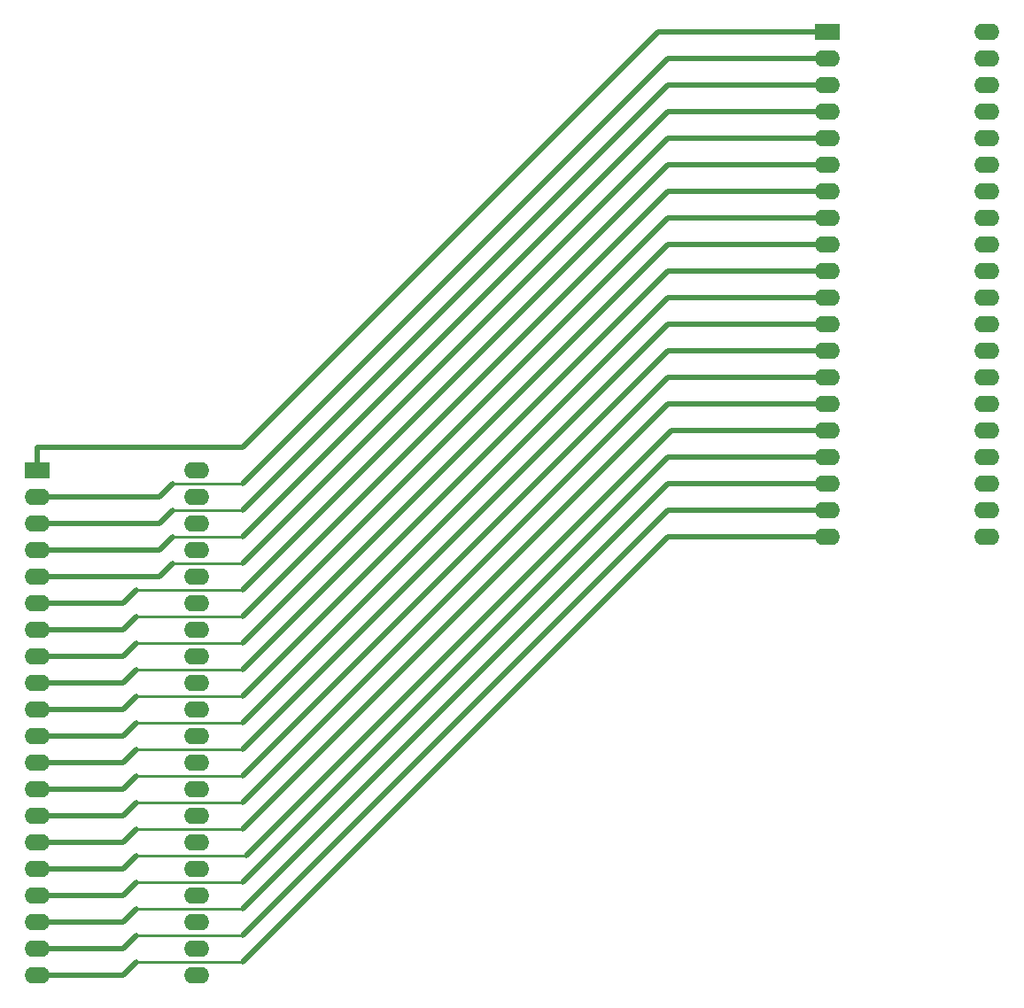
<source format=gbr>
%TF.GenerationSoftware,KiCad,Pcbnew,7.0.7*%
%TF.CreationDate,2024-01-01T13:21:05+01:00*%
%TF.ProjectId,A500-Kickadapter,41353030-2d4b-4696-936b-616461707465,rev?*%
%TF.SameCoordinates,Original*%
%TF.FileFunction,Copper,L1,Top*%
%TF.FilePolarity,Positive*%
%FSLAX46Y46*%
G04 Gerber Fmt 4.6, Leading zero omitted, Abs format (unit mm)*
G04 Created by KiCad (PCBNEW 7.0.7) date 2024-01-01 13:21:05*
%MOMM*%
%LPD*%
G01*
G04 APERTURE LIST*
%TA.AperFunction,ComponentPad*%
%ADD10R,2.400000X1.600000*%
%TD*%
%TA.AperFunction,ComponentPad*%
%ADD11O,2.400000X1.600000*%
%TD*%
%TA.AperFunction,Conductor*%
%ADD12C,0.508000*%
%TD*%
%TA.AperFunction,Conductor*%
%ADD13C,0.250000*%
%TD*%
G04 APERTURE END LIST*
D10*
%TO.P,SOCKET_AMIGA1,1,1*%
%TO.N,/A17*%
X100965000Y-80645000D03*
D11*
%TO.P,SOCKET_AMIGA1,2,2*%
%TO.N,/A7*%
X100965000Y-83185000D03*
%TO.P,SOCKET_AMIGA1,3,3*%
%TO.N,/A6*%
X100965000Y-85725000D03*
%TO.P,SOCKET_AMIGA1,4,4*%
%TO.N,/A5*%
X100965000Y-88265000D03*
%TO.P,SOCKET_AMIGA1,5,5*%
%TO.N,/A4*%
X100965000Y-90805000D03*
%TO.P,SOCKET_AMIGA1,6,6*%
%TO.N,/A3*%
X100965000Y-93345000D03*
%TO.P,SOCKET_AMIGA1,7,7*%
%TO.N,/A2*%
X100965000Y-95885000D03*
%TO.P,SOCKET_AMIGA1,8,8*%
%TO.N,/A1*%
X100965000Y-98425000D03*
%TO.P,SOCKET_AMIGA1,9,9*%
%TO.N,/A0*%
X100965000Y-100965000D03*
%TO.P,SOCKET_AMIGA1,10,10*%
%TO.N,/~{E}*%
X100965000Y-103505000D03*
%TO.P,SOCKET_AMIGA1,11,11*%
%TO.N,Net-(SOCKET_AMIGA1-Pad11)*%
X100965000Y-106045000D03*
%TO.P,SOCKET_AMIGA1,12,12*%
%TO.N,/~{G}*%
X100965000Y-108585000D03*
%TO.P,SOCKET_AMIGA1,13,13*%
%TO.N,/Q0*%
X100965000Y-111125000D03*
%TO.P,SOCKET_AMIGA1,14,14*%
%TO.N,/Q8*%
X100965000Y-113665000D03*
%TO.P,SOCKET_AMIGA1,15,15*%
%TO.N,/Q1*%
X100965000Y-116205000D03*
%TO.P,SOCKET_AMIGA1,16,16*%
%TO.N,/Q9*%
X100965000Y-118745000D03*
%TO.P,SOCKET_AMIGA1,17,17*%
%TO.N,/Q2*%
X100965000Y-121285000D03*
%TO.P,SOCKET_AMIGA1,18,18*%
%TO.N,/Q10*%
X100965000Y-123825000D03*
%TO.P,SOCKET_AMIGA1,19,19*%
%TO.N,/Q3*%
X100965000Y-126365000D03*
%TO.P,SOCKET_AMIGA1,20,20*%
%TO.N,/Q11*%
X100965000Y-128905000D03*
%TO.P,SOCKET_AMIGA1,21,21*%
%TO.N,Net-(SOCKET_AMIGA1-Pad21)*%
X116205000Y-128905000D03*
%TO.P,SOCKET_AMIGA1,22,22*%
%TO.N,/Q4*%
X116205000Y-126365000D03*
%TO.P,SOCKET_AMIGA1,23,23*%
%TO.N,/Q12*%
X116205000Y-123825000D03*
%TO.P,SOCKET_AMIGA1,24,24*%
%TO.N,/Q5*%
X116205000Y-121285000D03*
%TO.P,SOCKET_AMIGA1,25,25*%
%TO.N,/Q13*%
X116205000Y-118745000D03*
%TO.P,SOCKET_AMIGA1,26,26*%
%TO.N,/Q6*%
X116205000Y-116205000D03*
%TO.P,SOCKET_AMIGA1,27,27*%
%TO.N,/Q14*%
X116205000Y-113665000D03*
%TO.P,SOCKET_AMIGA1,28,28*%
%TO.N,/Q7*%
X116205000Y-111125000D03*
%TO.P,SOCKET_AMIGA1,29,29*%
%TO.N,/Q15*%
X116205000Y-108585000D03*
%TO.P,SOCKET_AMIGA1,30,30*%
%TO.N,Net-(SOCKET_AMIGA1-Pad30)*%
X116205000Y-106045000D03*
%TO.P,SOCKET_AMIGA1,31,31*%
%TO.N,Net-(SOCKET_AMIGA1-Pad31)*%
X116205000Y-103505000D03*
%TO.P,SOCKET_AMIGA1,32,32*%
%TO.N,/A16*%
X116205000Y-100965000D03*
%TO.P,SOCKET_AMIGA1,33,33*%
%TO.N,/A15*%
X116205000Y-98425000D03*
%TO.P,SOCKET_AMIGA1,34,34*%
%TO.N,/A14*%
X116205000Y-95885000D03*
%TO.P,SOCKET_AMIGA1,35,35*%
%TO.N,/A13*%
X116205000Y-93345000D03*
%TO.P,SOCKET_AMIGA1,36,36*%
%TO.N,/A12*%
X116205000Y-90805000D03*
%TO.P,SOCKET_AMIGA1,37,37*%
%TO.N,/A11*%
X116205000Y-88265000D03*
%TO.P,SOCKET_AMIGA1,38,38*%
%TO.N,/A10*%
X116205000Y-85725000D03*
%TO.P,SOCKET_AMIGA1,39,39*%
%TO.N,/A9*%
X116205000Y-83185000D03*
%TO.P,SOCKET_AMIGA1,40,40*%
%TO.N,/A8*%
X116205000Y-80645000D03*
%TD*%
D10*
%TO.P,SOCKET_EPROM1,1,1*%
%TO.N,/A17*%
X176530000Y-38735000D03*
D11*
%TO.P,SOCKET_EPROM1,2,2*%
%TO.N,/A7*%
X176530000Y-41275000D03*
%TO.P,SOCKET_EPROM1,3,3*%
%TO.N,/A6*%
X176530000Y-43815000D03*
%TO.P,SOCKET_EPROM1,4,4*%
%TO.N,/A5*%
X176530000Y-46355000D03*
%TO.P,SOCKET_EPROM1,5,5*%
%TO.N,/A4*%
X176530000Y-48895000D03*
%TO.P,SOCKET_EPROM1,6,6*%
%TO.N,/A3*%
X176530000Y-51435000D03*
%TO.P,SOCKET_EPROM1,7,7*%
%TO.N,/A2*%
X176530000Y-53975000D03*
%TO.P,SOCKET_EPROM1,8,8*%
%TO.N,/A1*%
X176530000Y-56515000D03*
%TO.P,SOCKET_EPROM1,9,9*%
%TO.N,/A0*%
X176530000Y-59055000D03*
%TO.P,SOCKET_EPROM1,10,10*%
%TO.N,/~{E}*%
X176530000Y-61595000D03*
%TO.P,SOCKET_EPROM1,11,11*%
%TO.N,Net-(SOCKET_AMIGA1-Pad11)*%
X176530000Y-64135000D03*
%TO.P,SOCKET_EPROM1,12,12*%
%TO.N,/~{G}*%
X176530000Y-66675000D03*
%TO.P,SOCKET_EPROM1,13,13*%
%TO.N,/Q0*%
X176530000Y-69215000D03*
%TO.P,SOCKET_EPROM1,14,14*%
%TO.N,/Q8*%
X176530000Y-71755000D03*
%TO.P,SOCKET_EPROM1,15,15*%
%TO.N,/Q1*%
X176530000Y-74295000D03*
%TO.P,SOCKET_EPROM1,16,16*%
%TO.N,/Q9*%
X176530000Y-76835000D03*
%TO.P,SOCKET_EPROM1,17,17*%
%TO.N,/Q2*%
X176530000Y-79375000D03*
%TO.P,SOCKET_EPROM1,18,18*%
%TO.N,/Q10*%
X176530000Y-81915000D03*
%TO.P,SOCKET_EPROM1,19,19*%
%TO.N,/Q3*%
X176530000Y-84455000D03*
%TO.P,SOCKET_EPROM1,20,20*%
%TO.N,/Q11*%
X176530000Y-86995000D03*
%TO.P,SOCKET_EPROM1,21,21*%
%TO.N,Net-(SOCKET_AMIGA1-Pad21)*%
X191770000Y-86995000D03*
%TO.P,SOCKET_EPROM1,22,22*%
%TO.N,/Q4*%
X191770000Y-84455000D03*
%TO.P,SOCKET_EPROM1,23,23*%
%TO.N,/Q12*%
X191770000Y-81915000D03*
%TO.P,SOCKET_EPROM1,24,24*%
%TO.N,/Q5*%
X191770000Y-79375000D03*
%TO.P,SOCKET_EPROM1,25,25*%
%TO.N,/Q13*%
X191770000Y-76835000D03*
%TO.P,SOCKET_EPROM1,26,26*%
%TO.N,/Q6*%
X191770000Y-74295000D03*
%TO.P,SOCKET_EPROM1,27,27*%
%TO.N,/Q14*%
X191770000Y-71755000D03*
%TO.P,SOCKET_EPROM1,28,28*%
%TO.N,/Q7*%
X191770000Y-69215000D03*
%TO.P,SOCKET_EPROM1,29,29*%
%TO.N,/Q15*%
X191770000Y-66675000D03*
%TO.P,SOCKET_EPROM1,30,30*%
%TO.N,Net-(SOCKET_AMIGA1-Pad30)*%
X191770000Y-64135000D03*
%TO.P,SOCKET_EPROM1,31,31*%
%TO.N,Net-(SOCKET_AMIGA1-Pad31)*%
X191770000Y-61595000D03*
%TO.P,SOCKET_EPROM1,32,32*%
%TO.N,/A16*%
X191770000Y-59055000D03*
%TO.P,SOCKET_EPROM1,33,33*%
%TO.N,/A15*%
X191770000Y-56515000D03*
%TO.P,SOCKET_EPROM1,34,34*%
%TO.N,/A14*%
X191770000Y-53975000D03*
%TO.P,SOCKET_EPROM1,35,35*%
%TO.N,/A13*%
X191770000Y-51435000D03*
%TO.P,SOCKET_EPROM1,36,36*%
%TO.N,/A12*%
X191770000Y-48895000D03*
%TO.P,SOCKET_EPROM1,37,37*%
%TO.N,/A11*%
X191770000Y-46355000D03*
%TO.P,SOCKET_EPROM1,38,38*%
%TO.N,/A10*%
X191770000Y-43815000D03*
%TO.P,SOCKET_EPROM1,39,39*%
%TO.N,/A9*%
X191770000Y-41275000D03*
%TO.P,SOCKET_EPROM1,40,40*%
%TO.N,/A8*%
X191770000Y-38735000D03*
%TD*%
D12*
%TO.N,/A17*%
X100965000Y-78422500D02*
X100965000Y-80645000D01*
X160337500Y-38735000D02*
X120650000Y-78422500D01*
X120650000Y-78422500D02*
X100965000Y-78422500D01*
X176530000Y-38735000D02*
X160337500Y-38735000D01*
%TO.N,Net-(SOCKET_AMIGA1-Pad11)*%
X161290000Y-64135000D02*
X120650000Y-104775000D01*
X176530000Y-64135000D02*
X161290000Y-64135000D01*
D13*
X110490000Y-104775000D02*
X120650000Y-104775000D01*
D12*
X109220000Y-106045000D02*
X110490000Y-104775000D01*
X100965000Y-106045000D02*
X109220000Y-106045000D01*
%TO.N,/A7*%
X112712500Y-83185000D02*
X101082500Y-83185000D01*
X161290000Y-41275000D02*
X176530000Y-41275000D01*
X120650000Y-81915000D02*
X161290000Y-41275000D01*
X113982500Y-81915000D02*
X112712500Y-83185000D01*
D13*
X113982500Y-81915000D02*
X120650000Y-81915000D01*
D12*
%TO.N,/A6*%
X161290000Y-43815000D02*
X176530000Y-43815000D01*
X113982500Y-84455000D02*
X112712500Y-85725000D01*
X120650000Y-84455000D02*
X161290000Y-43815000D01*
D13*
X113982500Y-84455000D02*
X120650000Y-84455000D01*
D12*
X112712500Y-85725000D02*
X101082500Y-85725000D01*
%TO.N,/A5*%
X113982500Y-86995000D02*
X112712500Y-88265000D01*
X112712500Y-88265000D02*
X101082500Y-88265000D01*
X161290000Y-46355000D02*
X176530000Y-46355000D01*
D13*
X113982500Y-86995000D02*
X120650000Y-86995000D01*
D12*
X120650000Y-86995000D02*
X161290000Y-46355000D01*
%TO.N,/A4*%
X176530000Y-48895000D02*
X168275000Y-48895000D01*
X120650000Y-89535000D02*
X161290000Y-48895000D01*
X113982500Y-89535000D02*
X112712500Y-90805000D01*
D13*
X113982500Y-89535000D02*
X120650000Y-89535000D01*
D12*
X112712500Y-90805000D02*
X101082500Y-90805000D01*
X161290000Y-48895000D02*
X168275000Y-48895000D01*
%TO.N,/A3*%
X176530000Y-51435000D02*
X161290000Y-51435000D01*
D13*
X120332500Y-92075000D02*
X120650000Y-92075000D01*
D12*
X161290000Y-51435000D02*
X120650000Y-92075000D01*
X109220000Y-93345000D02*
X110490000Y-92075000D01*
D13*
X110490000Y-92075000D02*
X120332500Y-92075000D01*
D12*
X101082500Y-93345000D02*
X109220000Y-93345000D01*
%TO.N,/A2*%
X101082500Y-95885000D02*
X109220000Y-95885000D01*
X161290000Y-53975000D02*
X168275000Y-53975000D01*
D13*
X110490000Y-94615000D02*
X120650000Y-94615000D01*
D12*
X109220000Y-95885000D02*
X110490000Y-94615000D01*
X120650000Y-94615000D02*
X161290000Y-53975000D01*
X176530000Y-53975000D02*
X168275000Y-53975000D01*
%TO.N,/A1*%
X161290000Y-56515000D02*
X120650000Y-97155000D01*
X176530000Y-56515000D02*
X161290000Y-56515000D01*
X109220000Y-98425000D02*
X110490000Y-97155000D01*
X101082500Y-98425000D02*
X109220000Y-98425000D01*
D13*
X110490000Y-97155000D02*
X120650000Y-97155000D01*
D12*
%TO.N,/A0*%
X101082500Y-100965000D02*
X109220000Y-100965000D01*
X120650000Y-99695000D02*
X161290000Y-59055000D01*
X109220000Y-100965000D02*
X110490000Y-99695000D01*
X161290000Y-59055000D02*
X168275000Y-59055000D01*
D13*
X110490000Y-99695000D02*
X120650000Y-99695000D01*
D12*
X176530000Y-59055000D02*
X168275000Y-59055000D01*
%TO.N,/~{E}*%
X176530000Y-61595000D02*
X161290000Y-61595000D01*
X101082500Y-103505000D02*
X109220000Y-103505000D01*
X161290000Y-61595000D02*
X120650000Y-102235000D01*
D13*
X110490000Y-102235000D02*
X120650000Y-102235000D01*
D12*
X109220000Y-103505000D02*
X110490000Y-102235000D01*
%TO.N,/~{G}*%
X176530000Y-66675000D02*
X168275000Y-66675000D01*
D13*
X110490000Y-107315000D02*
X120650000Y-107315000D01*
D12*
X109220000Y-108585000D02*
X110490000Y-107315000D01*
X120650000Y-107315000D02*
X161290000Y-66675000D01*
X101082500Y-108585000D02*
X109220000Y-108585000D01*
X161290000Y-66675000D02*
X168275000Y-66675000D01*
%TO.N,/Q0*%
X176530000Y-69215000D02*
X168275000Y-69215000D01*
D13*
X110490000Y-109855000D02*
X120650000Y-109855000D01*
D12*
X120650000Y-109855000D02*
X161290000Y-69215000D01*
X101082500Y-111125000D02*
X109220000Y-111125000D01*
X109220000Y-111125000D02*
X110490000Y-109855000D01*
X161290000Y-69215000D02*
X168275000Y-69215000D01*
%TO.N,/Q8*%
X120650000Y-112395000D02*
X161290000Y-71755000D01*
X109220000Y-113665000D02*
X110490000Y-112395000D01*
X101082500Y-113665000D02*
X109220000Y-113665000D01*
X176530000Y-71755000D02*
X168275000Y-71755000D01*
X161290000Y-71755000D02*
X168275000Y-71755000D01*
D13*
X110490000Y-112395000D02*
X120650000Y-112395000D01*
D12*
%TO.N,/Q1*%
X101082500Y-116205000D02*
X109220000Y-116205000D01*
X109220000Y-116205000D02*
X110490000Y-114935000D01*
X176530000Y-74295000D02*
X168275000Y-74295000D01*
D13*
X110490000Y-114935000D02*
X120650000Y-114935000D01*
D12*
X120650000Y-114935000D02*
X161290000Y-74295000D01*
X161290000Y-74295000D02*
X168275000Y-74295000D01*
%TO.N,/Q9*%
X120967500Y-117475000D02*
X161607500Y-76835000D01*
D13*
X110490000Y-117475000D02*
X120967500Y-117475000D01*
D12*
X161607500Y-76835000D02*
X168275000Y-76835000D01*
X109220000Y-118745000D02*
X110490000Y-117475000D01*
X101082500Y-118745000D02*
X109220000Y-118745000D01*
X176530000Y-76835000D02*
X168275000Y-76835000D01*
%TO.N,/Q2*%
X161290000Y-79375000D02*
X168275000Y-79375000D01*
X120650000Y-120015000D02*
X161290000Y-79375000D01*
X101082500Y-121285000D02*
X109220000Y-121285000D01*
D13*
X110490000Y-120015000D02*
X120650000Y-120015000D01*
D12*
X109220000Y-121285000D02*
X110490000Y-120015000D01*
X176530000Y-79375000D02*
X168275000Y-79375000D01*
%TO.N,/Q10*%
X109220000Y-123825000D02*
X110490000Y-122555000D01*
X161290000Y-81915000D02*
X168592500Y-81915000D01*
X101082500Y-123825000D02*
X109220000Y-123825000D01*
X176530000Y-81915000D02*
X168592500Y-81915000D01*
D13*
X110490000Y-122555000D02*
X120650000Y-122555000D01*
D12*
X120650000Y-122555000D02*
X161290000Y-81915000D01*
%TO.N,/Q3*%
X120650000Y-125095000D02*
X161290000Y-84455000D01*
D13*
X110490000Y-125095000D02*
X120650000Y-125095000D01*
D12*
X109220000Y-126365000D02*
X110490000Y-125095000D01*
X101082500Y-126365000D02*
X109220000Y-126365000D01*
X161290000Y-84455000D02*
X176530000Y-84455000D01*
%TO.N,/Q11*%
X101082500Y-128905000D02*
X109220000Y-128905000D01*
X161290000Y-86995000D02*
X176530000Y-86995000D01*
D13*
X110490000Y-127635000D02*
X120650000Y-127635000D01*
D12*
X120650000Y-127635000D02*
X161290000Y-86995000D01*
X109220000Y-128905000D02*
X110490000Y-127635000D01*
%TD*%
M02*

</source>
